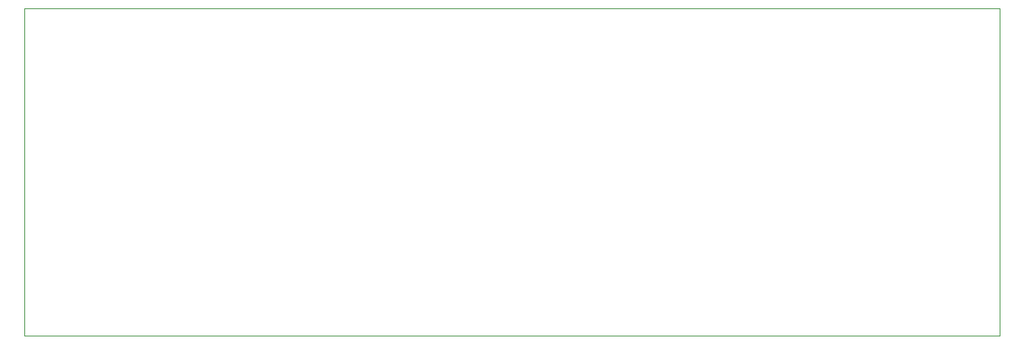
<source format=gm1>
%TF.GenerationSoftware,KiCad,Pcbnew,8.0.0*%
%TF.CreationDate,2025-02-04T21:38:50+01:00*%
%TF.ProjectId,ni404,6e693430-342e-46b6-9963-61645f706362,rev?*%
%TF.SameCoordinates,Original*%
%TF.FileFunction,Profile,NP*%
%FSLAX46Y46*%
G04 Gerber Fmt 4.6, Leading zero omitted, Abs format (unit mm)*
G04 Created by KiCad (PCBNEW 8.0.0) date 2025-02-04 21:38:50*
%MOMM*%
%LPD*%
G01*
G04 APERTURE LIST*
%TA.AperFunction,Profile*%
%ADD10C,0.050000*%
%TD*%
G04 APERTURE END LIST*
D10*
X30980000Y-25040000D02*
X139480000Y-25040000D01*
X139480000Y-61500000D01*
X30980000Y-61500000D01*
X30980000Y-25040000D01*
M02*

</source>
